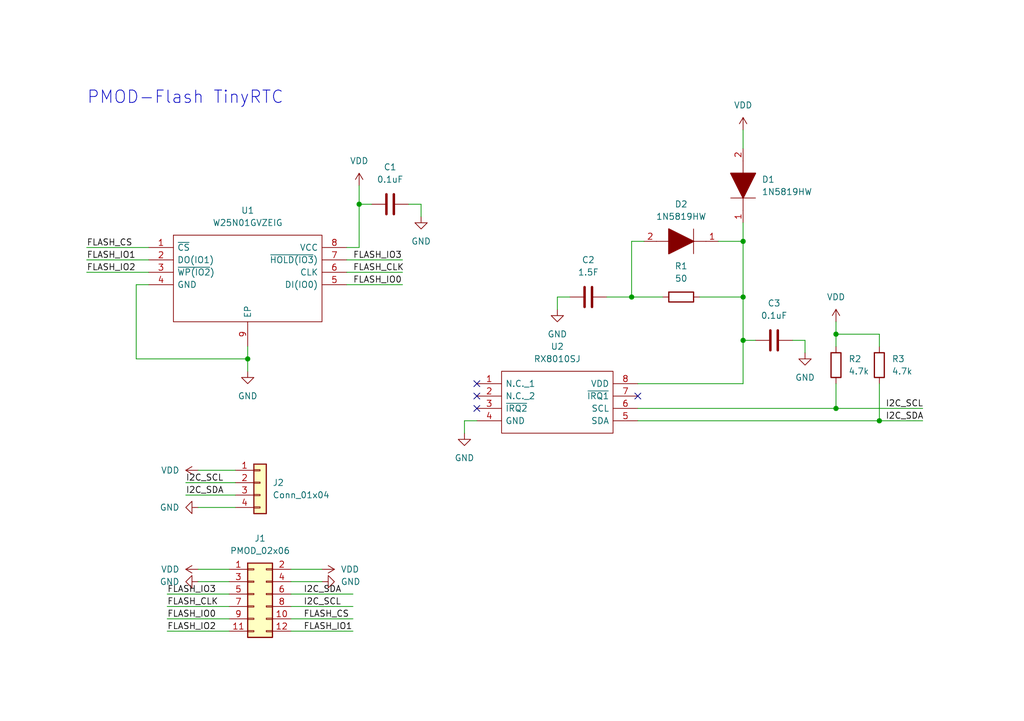
<source format=kicad_sch>
(kicad_sch (version 20211123) (generator eeschema)
  (paper "A5")
  (lib_symbols
    (symbol "1N5819HW:1N5819HW" (pin_names (offset 0.762))
      (property "Reference" "D" (at 11.43 5.08 0))
      (property "Value" "1N5819HW" (at 11.43 2.54 0))
      (symbol "1N5819HW_0_0"
        (pin passive line (at 0 0 0) (length 2.54) (name "~") (number "1"))
        (pin passive line (at 15.24 0 180) (length 2.54) (name "~") (number "2"))
      )
      (symbol "1N5819HW_0_1"
        (polyline (pts (xy 2.54 0) (xy 5.08 0)) (stroke (width 0.1524)))
        (polyline (pts (xy 5.08 2.54) (xy 5.08 -2.54)) (stroke (width 0.1524)))
        (polyline (pts (xy 10.16 0) (xy 12.7 0)) (stroke (width 0.1524)))
        (polyline (pts (xy 5.08 0) (xy 10.16 2.54) (xy 10.16 -2.54) (xy 5.08 0)) (stroke (width 0.254)) (fill (type outline)))
      )
    )
    (symbol "Connector_Generic:Conn_01x04" (pin_names (offset 1.016) hide)
      (property "Reference" "J" (at 0 5.08 0))
      (property "Value" "Conn_01x04" (at 0 -7.62 0))
      (symbol "Conn_01x04_1_1"
        (rectangle (start -1.27 -4.953) (end 0 -5.207) (stroke (width 0.1524)))
        (rectangle (start -1.27 -2.413) (end 0 -2.667) (stroke (width 0.1524)))
        (rectangle (start -1.27 0.127) (end 0 -0.127) (stroke (width 0.1524)))
        (rectangle (start -1.27 2.667) (end 0 2.413) (stroke (width 0.1524)))
        (rectangle (start -1.27 3.81) (end 1.27 -6.35) (stroke (width 0.254)) (fill (type background)))
        (pin passive line (at -5.08 2.54 0) (length 3.81) (name "Pin_1") (number "1"))
        (pin passive line (at -5.08 0 0) (length 3.81) (name "Pin_2") (number "2"))
        (pin passive line (at -5.08 -2.54 0) (length 3.81) (name "Pin_3") (number "3"))
        (pin passive line (at -5.08 -5.08 0) (length 3.81) (name "Pin_4") (number "4"))
      )
    )
    (symbol "Connector_Generic:Conn_02x06_Odd_Even" (pin_names (offset 1.016) hide)
      (property "Reference" "J" (at 1.27 7.62 0))
      (property "Value" "Conn_02x06_Odd_Even" (at 1.27 -10.16 0))
      (symbol "Conn_02x06_Odd_Even_1_1"
        (rectangle (start -1.27 -7.493) (end 0 -7.747) (stroke (width 0.1524)))
        (rectangle (start -1.27 -4.953) (end 0 -5.207) (stroke (width 0.1524)))
        (rectangle (start -1.27 -2.413) (end 0 -2.667) (stroke (width 0.1524)))
        (rectangle (start -1.27 0.127) (end 0 -0.127) (stroke (width 0.1524)))
        (rectangle (start -1.27 2.667) (end 0 2.413) (stroke (width 0.1524)))
        (rectangle (start -1.27 5.207) (end 0 4.953) (stroke (width 0.1524)))
        (rectangle (start -1.27 6.35) (end 3.81 -8.89) (stroke (width 0.254)) (fill (type background)))
        (rectangle (start 3.81 -7.493) (end 2.54 -7.747) (stroke (width 0.1524)))
        (rectangle (start 3.81 -4.953) (end 2.54 -5.207) (stroke (width 0.1524)))
        (rectangle (start 3.81 -2.413) (end 2.54 -2.667) (stroke (width 0.1524)))
        (rectangle (start 3.81 0.127) (end 2.54 -0.127) (stroke (width 0.1524)))
        (rectangle (start 3.81 2.667) (end 2.54 2.413) (stroke (width 0.1524)))
        (rectangle (start 3.81 5.207) (end 2.54 4.953) (stroke (width 0.1524)))
        (pin passive line (at -5.08 5.08 0) (length 3.81) (name "Pin_1") (number "1"))
        (pin passive line (at 7.62 -5.08 180) (length 3.81) (name "Pin_10") (number "10"))
        (pin passive line (at -5.08 -7.62 0) (length 3.81) (name "Pin_11") (number "11"))
        (pin passive line (at 7.62 -7.62 180) (length 3.81) (name "Pin_12") (number "12"))
        (pin passive line (at 7.62 5.08 180) (length 3.81) (name "Pin_2") (number "2"))
        (pin passive line (at -5.08 2.54 0) (length 3.81) (name "Pin_3") (number "3"))
        (pin passive line (at 7.62 2.54 180) (length 3.81) (name "Pin_4") (number "4"))
        (pin passive line (at -5.08 0 0) (length 3.81) (name "Pin_5") (number "5"))
        (pin passive line (at 7.62 0 180) (length 3.81) (name "Pin_6") (number "6"))
        (pin passive line (at -5.08 -2.54 0) (length 3.81) (name "Pin_7") (number "7"))
        (pin passive line (at 7.62 -2.54 180) (length 3.81) (name "Pin_8") (number "8"))
        (pin passive line (at -5.08 -5.08 0) (length 3.81) (name "Pin_9") (number "9"))
      )
    )
    (symbol "Device:C" (pin_numbers hide) (pin_names (offset 0.254))
      (property "Reference" "C" (at 0.635 2.54 0))
      (property "Value" "C" (at 0.635 -2.54 0))
      (symbol "C_0_1"
        (polyline (pts (xy -2.032 -0.762) (xy 2.032 -0.762)) (stroke (width 0.508)))
        (polyline (pts (xy -2.032 0.762) (xy 2.032 0.762)) (stroke (width 0.508)))
      )
      (symbol "C_1_1"
        (pin passive line (at 0 3.81 270) (length 2.794) (name "~") (number "1"))
        (pin passive line (at 0 -3.81 90) (length 2.794) (name "~") (number "2"))
      )
    )
    (symbol "Device:R" (pin_numbers hide) (pin_names (offset 0))
      (property "Reference" "R" (at 2.032 0 90))
      (property "Value" "R" (at 0 0 90))
      (symbol "R_0_1"
        (rectangle (start -1.016 -2.54) (end 1.016 2.54) (stroke (width 0.254)))
      )
      (symbol "R_1_1"
        (pin passive line (at 0 3.81 270) (length 1.27) (name "~") (number "1"))
        (pin passive line (at 0 -3.81 90) (length 1.27) (name "~") (number "2"))
      )
    )
    (symbol "RX8010SJ:RX8010SJ" (pin_names (offset 0.762))
      (property "Reference" "IC" (at 29.21 7.62 0))
      (property "Value" "RX8010SJ" (at 29.21 5.08 0))
      (symbol "RX8010SJ_0_0"
        (pin passive line (at 0 0 0) (length 5.08) (name "N.C._1") (number "1"))
        (pin passive line (at 0 -2.54 0) (length 5.08) (name "N.C._2") (number "2"))
        (pin passive line (at 0 -5.08 0) (length 5.08) (name "~{IRQ2}") (number "3"))
        (pin passive line (at 0 -7.62 0) (length 5.08) (name "GND") (number "4"))
        (pin passive line (at 33.02 -7.62 180) (length 5.08) (name "SDA") (number "5"))
        (pin passive line (at 33.02 -5.08 180) (length 5.08) (name "SCL") (number "6"))
        (pin passive line (at 33.02 -2.54 180) (length 5.08) (name "~{IRQ1}") (number "7"))
        (pin passive line (at 33.02 0 180) (length 5.08) (name "VDD") (number "8"))
      )
      (symbol "RX8010SJ_0_1"
        (polyline (pts (xy 5.08 2.54) (xy 27.94 2.54) (xy 27.94 -10.16) (xy 5.08 -10.16) (xy 5.08 2.54)) (stroke (width 0.1524)))
      )
    )
    (symbol "W25N01GVZEIG:W25N01GVZEIG" (pin_names (offset 0.762))
      (property "Reference" "IC" (at 36.83 7.62 0))
      (property "Value" "W25N01GVZEIG" (at 36.83 5.08 0))
      (symbol "W25N01GVZEIG_0_0"
        (pin passive line (at 0 0 0) (length 5.08) (name "~{CS}") (number "1"))
        (pin passive line (at 0 -2.54 0) (length 5.08) (name "DO(IO1)") (number "2"))
        (pin passive line (at 0 -5.08 0) (length 5.08) (name "~{WP(IO2})") (number "3"))
        (pin passive line (at 0 -7.62 0) (length 5.08) (name "GND") (number "4"))
        (pin passive line (at 40.64 -7.62 180) (length 5.08) (name "DI(IO0)") (number "5"))
        (pin passive line (at 40.64 -5.08 180) (length 5.08) (name "CLK") (number "6"))
        (pin passive line (at 40.64 -2.54 180) (length 5.08) (name "~{HOLD(IO3})") (number "7"))
        (pin passive line (at 40.64 0 180) (length 5.08) (name "VCC") (number "8"))
        (pin passive line (at 20.32 -20.32 90) (length 5.08) (name "EP") (number "9"))
      )
      (symbol "W25N01GVZEIG_0_1"
        (polyline (pts (xy 5.08 2.54) (xy 35.56 2.54) (xy 35.56 -15.24) (xy 5.08 -15.24) (xy 5.08 2.54)) (stroke (width 0.1524)))
      )
    )
    (symbol "power:GND" (power) (pin_names (offset 0))
      (property "Value" "GND" (at 0 -3.81 0))
      (symbol "GND_0_1"
        (polyline (pts (xy 0 0) (xy 0 -1.27) (xy 1.27 -1.27) (xy 0 -2.54) (xy -1.27 -1.27) (xy 0 -1.27)))
      )
      (symbol "GND_1_1"
        (pin power_in line (at 0 0 270) (length 0) hide (name "GND") (number "1"))
      )
    )
    (symbol "power:VDD" (power) (pin_names (offset 0))
      (property "Value" "VDD" (at 0 3.81 0))
      (symbol "VDD_0_1"
        (polyline (pts (xy -0.762 1.27) (xy 0 2.54)))
        (polyline (pts (xy 0 0) (xy 0 2.54)))
        (polyline (pts (xy 0 2.54) (xy 0.762 1.27)))
      )
      (symbol "VDD_1_1"
        (pin power_in line (at 0 0 90) (length 0) hide (name "VDD") (number "1"))
      )
    )
  )
  (junction (at 50.8 73.66))
  (junction (at 73.66 41.91))
  (junction (at 171.45 83.82))
  (junction (at 152.4 60.96))
  (junction (at 129.54 60.96))
  (junction (at 171.45 68.58))
  (junction (at 180.34 86.36))
  (junction (at 152.4 49.53))
  (junction (at 152.4 69.85))
  (no_connect (at 97.79 78.74))
  (no_connect (at 97.79 83.82))
  (no_connect (at 97.79 81.28))
  (no_connect (at 130.81 81.28))
  (wire (pts (xy 143.51 60.96) (xy 152.4 60.96)))
  (wire (pts (xy 152.4 49.53) (xy 152.4 60.96)))
  (wire (pts (xy 40.64 119.38) (xy 46.99 119.38)))
  (wire (pts (xy 116.84 60.96) (xy 114.3 60.96)))
  (wire (pts (xy 50.8 71.12) (xy 50.8 73.66)))
  (wire (pts (xy 30.48 58.42) (xy 27.94 58.42)))
  (wire (pts (xy 38.1 101.6) (xy 48.26 101.6)))
  (wire (pts (xy 171.45 68.58) (xy 171.45 71.12)))
  (wire (pts (xy 40.64 104.14) (xy 48.26 104.14)))
  (wire (pts (xy 71.12 55.88) (xy 82.55 55.88)))
  (wire (pts (xy 130.81 78.74) (xy 152.4 78.74)))
  (wire (pts (xy 34.29 124.46) (xy 46.99 124.46)))
  (wire (pts (xy 162.56 69.85) (xy 165.1 69.85)))
  (wire (pts (xy 59.69 119.38) (xy 66.04 119.38)))
  (wire (pts (xy 40.64 116.84) (xy 46.99 116.84)))
  (wire (pts (xy 129.54 60.96) (xy 135.89 60.96)))
  (wire (pts (xy 165.1 69.85) (xy 165.1 72.39)))
  (wire (pts (xy 114.3 60.96) (xy 114.3 63.5)))
  (wire (pts (xy 73.66 38.1) (xy 73.66 41.91)))
  (wire (pts (xy 27.94 73.66) (xy 50.8 73.66)))
  (wire (pts (xy 86.36 41.91) (xy 86.36 44.45)))
  (wire (pts (xy 17.78 50.8) (xy 30.48 50.8)))
  (wire (pts (xy 27.94 58.42) (xy 27.94 73.66)))
  (wire (pts (xy 171.45 83.82) (xy 189.23 83.82)))
  (wire (pts (xy 73.66 41.91) (xy 73.66 50.8)))
  (wire (pts (xy 180.34 71.12) (xy 180.34 68.58)))
  (wire (pts (xy 130.81 83.82) (xy 171.45 83.82)))
  (wire (pts (xy 152.4 78.74) (xy 152.4 69.85)))
  (wire (pts (xy 171.45 78.74) (xy 171.45 83.82)))
  (wire (pts (xy 34.29 129.54) (xy 46.99 129.54)))
  (wire (pts (xy 171.45 66.04) (xy 171.45 68.58)))
  (wire (pts (xy 130.81 86.36) (xy 180.34 86.36)))
  (wire (pts (xy 59.69 121.92) (xy 72.39 121.92)))
  (wire (pts (xy 124.46 60.96) (xy 129.54 60.96)))
  (wire (pts (xy 59.69 129.54) (xy 72.39 129.54)))
  (wire (pts (xy 71.12 58.42) (xy 82.55 58.42)))
  (wire (pts (xy 17.78 55.88) (xy 30.48 55.88)))
  (wire (pts (xy 40.64 96.52) (xy 48.26 96.52)))
  (wire (pts (xy 71.12 50.8) (xy 73.66 50.8)))
  (wire (pts (xy 95.25 88.9) (xy 95.25 86.36)))
  (wire (pts (xy 152.4 69.85) (xy 154.94 69.85)))
  (wire (pts (xy 152.4 45.72) (xy 152.4 49.53)))
  (wire (pts (xy 38.1 99.06) (xy 48.26 99.06)))
  (wire (pts (xy 95.25 86.36) (xy 97.79 86.36)))
  (wire (pts (xy 129.54 49.53) (xy 129.54 60.96)))
  (wire (pts (xy 180.34 86.36) (xy 189.23 86.36)))
  (wire (pts (xy 59.69 124.46) (xy 72.39 124.46)))
  (wire (pts (xy 152.4 60.96) (xy 152.4 69.85)))
  (wire (pts (xy 50.8 73.66) (xy 50.8 76.2)))
  (wire (pts (xy 59.69 116.84) (xy 66.04 116.84)))
  (wire (pts (xy 180.34 78.74) (xy 180.34 86.36)))
  (wire (pts (xy 180.34 68.58) (xy 171.45 68.58)))
  (wire (pts (xy 83.82 41.91) (xy 86.36 41.91)))
  (wire (pts (xy 17.78 53.34) (xy 30.48 53.34)))
  (wire (pts (xy 152.4 26.67) (xy 152.4 30.48)))
  (wire (pts (xy 34.29 127) (xy 46.99 127)))
  (wire (pts (xy 34.29 121.92) (xy 46.99 121.92)))
  (wire (pts (xy 59.69 127) (xy 72.39 127)))
  (wire (pts (xy 132.08 49.53) (xy 129.54 49.53)))
  (wire (pts (xy 147.32 49.53) (xy 152.4 49.53)))
  (wire (pts (xy 73.66 41.91) (xy 76.2 41.91)))
  (wire (pts (xy 71.12 53.34) (xy 82.55 53.34)))
  (text "PMOD-Flash TinyRTC" (at 17.78 21.59 0) (effects (font (size 2.54 2.54)) (justify left bottom)))
  (label "FLASH_CLK" (at 72.39 55.88 0))
  (label "FLASH_IO1" (at 62.23 129.54 0))
  (label "FLASH_CLK" (at 34.29 124.46 0))
  (label "I2C_SCL" (at 62.23 124.46 0))
  (label "I2C_SDA" (at 38.1 101.6 0))
  (label "FLASH_CS" (at 17.78 50.8 0))
  (label "FLASH_CS" (at 62.23 127 0))
  (label "I2C_SCL" (at 181.61 83.82 0))
  (label "FLASH_IO2" (at 17.78 55.88 0))
  (label "FLASH_IO3" (at 72.39 53.34 0))
  (label "FLASH_IO3" (at 34.29 121.92 0))
  (label "FLASH_IO2" (at 34.29 129.54 0))
  (label "I2C_SDA" (at 62.23 121.92 0))
  (label "FLASH_IO0" (at 72.39 58.42 0))
  (label "I2C_SCL" (at 38.1 99.06 0))
  (label "FLASH_IO1" (at 17.78 53.34 0))
  (label "I2C_SDA" (at 181.61 86.36 0))
  (label "FLASH_IO0" (at 34.29 127 0))
  (symbol (lib_id "Connector_Generic:Conn_01x04") (at 53.34 99.06 0) (unit 1)
    (property "Reference" "J2" (at 55.88 99.0599 0) (effects (justify left)))
    (property "Value" "Conn_01x04" (at 55.88 101.5999 0) (effects (justify left)))
    (property "Footprint" "Connector_PinHeader_2.54mm:PinHeader_1x04_P2.54mm_Vertical" (effects hide))
  )
  (symbol (lib_id "power:VDD") (at 152.4 26.67 0) (unit 1)
    (property "Reference" "#PWR0102" (effects hide))
    (property "Value" "VDD" (at 152.4 21.59 0))
  )
  (symbol (lib_id "W25N01GVZEIG:W25N01GVZEIG") (at 30.48 50.8 0) (unit 1)
    (property "Reference" "U1" (at 50.8 43.18 0))
    (property "Value" "W25N01GVZEIG" (at 50.8 45.72 0))
    (property "Footprint" "W25N01GVZEIG:SON127P800X600X80-9N-D" (effects hide))
    (property "Datasheet" "https://www.winbond.com/hq/search-resource-file.jsp?partNo=W25N01GVZEIG&type=datasheet" (effects hide))
    (property "Description" "1Gb Serial NAND Flash Memory with uniform 2KB+64B page size and set Buffer Read Mode as default" (effects hide))
    (property "Height" "0.8" (effects hide))
    (property "Manufacturer_Name" "Winbond" (effects hide))
    (property "Manufacturer_Part_Number" "W25N01GVZEIG" (effects hide))
    (property "Mouser Part Number" "454-W25N01GVZEIG" (effects hide))
    (property "Mouser Price/Stock" "https://www.mouser.co.uk/ProductDetail/Winbond/W25N01GVZEIG?qs=qSfuJ%252Bfl%2Fd6Vfx%252BkNMbzhw%3D%3D" (effects hide))
    (property "Arrow Part Number" "W25N01GVZEIG" (effects hide))
    (property "Arrow Price/Stock" "https://www.arrow.com/en/products/w25n01gvzeig/winbond-electronics?region=nac" (effects hide))
  )
  (symbol (lib_id "Device:C") (at 80.01 41.91 270) (unit 1)
    (property "Reference" "C1" (at 80.01 34.29 90))
    (property "Value" "0.1uF" (at 80.01 36.83 90))
    (property "Footprint" "Capacitor_SMD:C_0603_1608Metric" (effects hide))
  )
  (symbol (lib_id "Device:R") (at 180.34 74.93 0) (unit 1)
    (property "Reference" "R3" (at 182.88 73.6599 0) (effects (justify left)))
    (property "Value" "4.7k" (at 182.88 76.1999 0) (effects (justify left)))
    (property "Footprint" "Resistor_SMD:R_0603_1608Metric" (effects hide))
  )
  (symbol (lib_id "power:GND") (at 95.25 88.9 0) (unit 1)
    (property "Reference" "#PWR0110" (effects hide))
    (property "Value" "GND" (at 95.25 93.98 0))
  )
  (symbol (lib_id "power:GND") (at 114.3 63.5 0) (unit 1)
    (property "Reference" "#PWR0101" (effects hide))
    (property "Value" "GND" (at 114.3 68.58 0))
  )
  (symbol (lib_id "Device:R") (at 139.7 60.96 270) (unit 1)
    (property "Reference" "R1" (at 139.7 54.61 90))
    (property "Value" "50" (at 139.7 57.15 90))
    (property "Footprint" "Resistor_SMD:R_0603_1608Metric" (effects hide))
  )
  (symbol (lib_id "power:VDD") (at 40.64 96.52 90) (unit 1)
    (property "Reference" "#PWR0113" (effects hide))
    (property "Value" "VDD" (at 36.83 96.5199 90) (effects (justify left)))
  )
  (symbol (lib_id "Device:R") (at 171.45 74.93 0) (unit 1)
    (property "Reference" "R2" (at 173.99 73.6599 0) (effects (justify left)))
    (property "Value" "4.7k" (at 173.99 76.1999 0) (effects (justify left)))
    (property "Footprint" "Resistor_SMD:R_0603_1608Metric" (effects hide))
  )
  (symbol (lib_id "power:VDD") (at 171.45 66.04 0) (unit 1)
    (property "Reference" "#PWR0105" (effects hide))
    (property "Value" "VDD" (at 171.45 60.96 0))
  )
  (symbol (lib_id "Device:C") (at 120.65 60.96 270) (unit 1)
    (property "Reference" "C2" (at 120.65 53.34 90))
    (property "Value" "1.5F" (at 120.65 55.88 90))
    (property "Footprint" "EECS5R5H155N:EECS5R5V155N" (effects hide))
  )
  (symbol (lib_id "power:VDD") (at 40.64 116.84 90) (unit 1)
    (property "Reference" "#PWR0109" (effects hide))
    (property "Value" "VDD" (at 36.83 116.8399 90) (effects (justify left)))
  )
  (symbol (lib_id "power:VDD") (at 73.66 38.1 0) (unit 1)
    (property "Reference" "#PWR0103" (effects hide))
    (property "Value" "VDD" (at 73.66 33.02 0))
  )
  (symbol (lib_id "power:GND") (at 50.8 76.2 0) (unit 1)
    (property "Reference" "#PWR0107" (effects hide))
    (property "Value" "GND" (at 50.8 81.28 0))
  )
  (symbol (lib_id "Device:C") (at 158.75 69.85 270) (unit 1)
    (property "Reference" "C3" (at 158.75 62.23 90))
    (property "Value" "0.1uF" (at 158.75 64.77 90))
    (property "Footprint" "Capacitor_SMD:C_0603_1608Metric" (effects hide))
  )
  (symbol (lib_id "power:GND") (at 40.64 104.14 270) (unit 1)
    (property "Reference" "#PWR0114" (effects hide))
    (property "Value" "GND" (at 36.83 104.1399 90) (effects (justify right)))
  )
  (symbol (lib_id "RX8010SJ:RX8010SJ") (at 97.79 78.74 0) (unit 1)
    (property "Reference" "U2" (at 114.3 71.12 0))
    (property "Value" "RX8010SJ" (at 114.3 73.66 0))
    (property "Footprint" "RX8010SJ:SOIC127P600X265-8N" (effects hide))
    (property "Datasheet" "https://4donline.ihs.com/images/VipMasterIC/IC/SEIK/SEIK-S-A0003084392/SEIK-S-A0003084392-1.pdf?hkey=EF798316E3902B6ED9A73243A3159BB0" (effects hide))
    (property "Description" "Real-time Clocks Clock/Calendar I2C 350nA @ 5V SOP-8 RoHS" (effects hide))
    (property "Height" "2.65" (effects hide))
    (property "Manufacturer_Name" "Seiko Instruments Inc." (effects hide))
    (property "Manufacturer_Part_Number" "RX8010SJ" (effects hide))
  )
  (symbol (lib_id "power:GND") (at 86.36 44.45 0) (unit 1)
    (property "Reference" "#PWR0104" (effects hide))
    (property "Value" "GND" (at 86.36 49.53 0))
  )
  (symbol (lib_id "power:GND") (at 66.04 119.38 90) (mirror x) (unit 1)
    (property "Reference" "#PWR0112" (effects hide))
    (property "Value" "GND" (at 69.85 119.3799 90) (effects (justify right)))
  )
  (symbol (lib_id "1N5819HW:1N5819HW") (at 152.4 45.72 90) (unit 1)
    (property "Reference" "D1" (at 156.21 36.8299 90) (effects (justify right)))
    (property "Value" "1N5819HW" (at 156.21 39.3699 90) (effects (justify right)))
    (property "Footprint" "1N5819HW:SOD3716X145N" (effects hide))
    (property "Datasheet" "https://datasheet.datasheetarchive.com/originals/distributors/Datasheets-313/209411.pdf" (effects hide))
    (property "Description" "1.0A SURFACE MOUNT SCHOTTKY BARRIER RECTIFIER" (effects hide))
    (property "Height" "1.45" (effects hide))
    (property "Manufacturer_Name" "Diodes Inc." (effects hide))
    (property "Manufacturer_Part_Number" "1N5819HW" (effects hide))
    (property "Mouser Part Number" "N/A" (effects hide))
    (property "Mouser Price/Stock" "https://www.mouser.co.uk/ProductDetail/Diodes-Incorporated/1N5819HW?qs=peMdGJLFsvo8atU9BQyOVQ%3D%3D" (effects hide))
  )
  (symbol (lib_id "Connector_Generic:Conn_02x06_Odd_Even") (at 52.07 121.92 0) (unit 1)
    (property "Reference" "J1" (at 53.34 110.49 0))
    (property "Value" "PMOD_02x06" (at 53.34 113.03 0))
    (property "Footprint" "Connector_PinHeader_2.54mm:PinHeader_2x06_P2.54mm_Vertical" (effects hide))
  )
  (symbol (lib_id "1N5819HW:1N5819HW") (at 147.32 49.53 180) (unit 1)
    (property "Reference" "D2" (at 139.7 41.91 0))
    (property "Value" "1N5819HW" (at 139.7 44.45 0))
    (property "Footprint" "1N5819HW:SOD3716X145N" (effects hide))
    (property "Datasheet" "https://datasheet.datasheetarchive.com/originals/distributors/Datasheets-313/209411.pdf" (effects hide))
    (property "Description" "1.0A SURFACE MOUNT SCHOTTKY BARRIER RECTIFIER" (effects hide))
    (property "Height" "1.45" (effects hide))
    (property "Manufacturer_Name" "Diodes Inc." (effects hide))
    (property "Manufacturer_Part_Number" "1N5819HW" (effects hide))
    (property "Mouser Part Number" "N/A" (effects hide))
    (property "Mouser Price/Stock" "https://www.mouser.co.uk/ProductDetail/Diodes-Incorporated/1N5819HW?qs=peMdGJLFsvo8atU9BQyOVQ%3D%3D" (effects hide))
  )
  (symbol (lib_id "power:GND") (at 40.64 119.38 270) (unit 1)
    (property "Reference" "#PWR0108" (effects hide))
    (property "Value" "GND" (at 36.83 119.3799 90) (effects (justify right)))
  )
  (symbol (lib_id "power:GND") (at 165.1 72.39 0) (unit 1)
    (property "Reference" "#PWR0106" (effects hide))
    (property "Value" "GND" (at 165.1 77.47 0))
  )
  (symbol (lib_id "power:VDD") (at 66.04 116.84 270) (mirror x) (unit 1)
    (property "Reference" "#PWR0111" (effects hide))
    (property "Value" "VDD" (at 69.85 116.8399 90) (effects (justify left)))
  )
)
</source>
